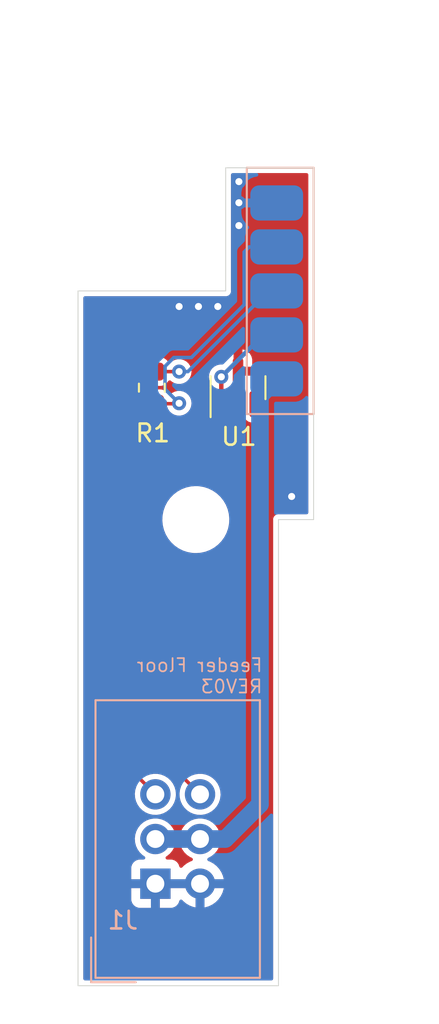
<source format=kicad_pcb>
(kicad_pcb (version 20211014) (generator pcbnew)
  (layers (0 "F.Cu" signal) (31 "B.Cu" signal) (34 "B.Paste" user) (35 "F.Paste" user) (36 "B.SilkS" user "B.Silkscreen") (37 "F.SilkS" user "F.Silkscreen") (38 "B.Mask" user) (39 "F.Mask" user) (44 "Edge.Cuts" user))
  (net 0 "")
  (net 1 "GND")
  (net 2 "1WIRE")
  (net 3 "VIN")
  (net 4 "RS-485+")
  (net 5 "RS-485-")
  (footprint "Resistor_SMD:R_0805_2012Metric" (layer "F.Cu") (at 25.450114 37.613687 90)
    (fp_text reference "R1" (at -2.586313 0.049886 180) (layer "F.SilkS"))
    (fp_text value "120R")
    (fp_line (start -0.227064 -0.735) (end 0.227064 -0.735) (layer "F.SilkS") (width 0.12))
    (fp_line (start -0.227064 0.735) (end 0.227064 0.735) (layer "F.SilkS") (width 0.12))
    (pad "1" smd roundrect locked (at -0.9125 0 90) (size 1.025 1.4) (layers "F.Cu" "F.Paste" "F.Mask") (roundrect_rratio 0.243902439) (net 5 "RS-485-"))
    (pad "2" smd roundrect locked (at 0.9125 0 90) (size 1.025 1.4) (layers "F.Cu" "F.Paste" "F.Mask") (roundrect_rratio 0.243902439) (net 4 "RS-485+"))
  )
  (footprint "MountingHole:MountingHole_3.2mm_M3" (layer "F.Cu") (at 27.950114 45.113687)
    (fp_text reference "H1" hide)
    (fp_text value "MountingHole")
    (pad "" np_thru_hole circle (at 0 0) (size 3.2 3.2) (drill 3.2) (layers *.Cu *.Mask))
  )
  (footprint "Package_TO_SOT_SMD:SOT-23" (layer "F.Cu") (at 30.350114 37.613687 90)
    (fp_text reference "U1" (at -2.786313 0.049886 180) (layer "F.SilkS"))
    (fp_text value "DS28E05")
    (fp_line (start 0 -1.56) (end -1.675 -1.56) (layer "F.SilkS") (width 0.12))
    (fp_line (start 0 1.56) (end -0.65 1.56) (layer "F.SilkS") (width 0.12))
    (fp_line (start 0 -1.56) (end 0.65 -1.56) (layer "F.SilkS") (width 0.12))
    (fp_line (start 0 1.56) (end 0.65 1.56) (layer "F.SilkS") (width 0.12))
    (pad "1" smd roundrect (at -0.9375 -0.95 90) (size 1.475 0.6) (layers "F.Cu" "F.Paste" "F.Mask") (net 2 "1WIRE"))
    (pad "2" smd roundrect (at -0.9375 0.95 90) (size 1.475 0.6) (layers "F.Cu" "F.Paste" "F.Mask"))
    (pad "3" smd roundrect (at 0.9375 0 90) (size 1.475 0.6) (layers "F.Cu" "F.Paste" "F.Mask") (net 1 "GND"))
  )
  (footprint "Connector_IDC:IDC-Header_2x03_P2.54mm_Vertical" (layer "B.Cu") (at 25.650114 65.813687)
    (fp_text reference "J1" (at -1.850114 2.086313 180) (layer "B.SilkS") (effects (justify mirror)))
    (fp_text value "IDC")
    (fp_line (start -3.655 5.6) (end -1.115 5.6) (layer "B.SilkS") (width 0.12))
    (fp_line (start -3.405 5.35) (end 5.945 5.35) (layer "B.SilkS") (width 0.12))
    (fp_line (start -3.405 -10.43) (end -3.405 5.35) (layer "B.SilkS") (width 0.12))
    (fp_line (start 5.945 -10.43) (end -3.405 -10.43) (layer "B.SilkS") (width 0.12))
    (fp_line (start -3.655 5.6) (end -3.655 3.06) (layer "B.SilkS") (width 0.12))
    (fp_line (start 5.945 5.35) (end 5.945 -10.43) (layer "B.SilkS") (width 0.12))
    (pad "1" thru_hole rect locked (at 0 0) (size 1.7272 1.7272) (drill 1.016) (layers *.Cu *.Mask) (net 1 "GND"))
    (pad "2" thru_hole oval locked (at 2.54 0) (size 1.7272 1.7272) (drill 1.016) (layers *.Cu *.Mask) (net 1 "GND"))
    (pad "3" thru_hole oval locked (at 0 -2.54) (size 1.7272 1.7272) (drill 1.016) (layers *.Cu *.Mask) (net 3 "VIN"))
    (pad "4" thru_hole oval locked (at 2.54 -2.54) (size 1.7272 1.7272) (drill 1.016) (layers *.Cu *.Mask) (net 3 "VIN"))
    (pad "5" thru_hole oval locked (at 0 -5.08) (size 1.7272 1.7272) (drill 1.016) (layers *.Cu *.Mask) (net 4 "RS-485+"))
    (pad "6" thru_hole oval locked (at 2.54 -5.08) (size 1.7272 1.7272) (drill 1.016) (layers *.Cu *.Mask) (net 5 "RS-485-"))
  )
  (footprint "feeder:AVX-915-005-541-Contact-Surface" (layer "B.Cu") (at 32.550114 27.113687 -90)
    (fp_text reference "J2" hide)
    (fp_text value "Conn_01x05_Female")
    (fp_line (start 12 1.7) (end 12 -2.1) (layer "B.SilkS") (width 0.12))
    (fp_line (start -2 1.7) (end 12 1.7) (layer "B.SilkS") (width 0.12))
    (fp_line (start -2 -2.1) (end 12 -2.1) (layer "B.SilkS") (width 0.12))
    (fp_line (start -2 1.7) (end -2 -2.1) (layer "B.SilkS") (width 0.12))
    (pad "1" smd roundrect (at 0 0 270) (size 2 3) (layers "B.Cu" "B.Paste" "B.Mask") (net 1 "GND"))
    (pad "2" smd roundrect (at 2.5 0 270) (size 2 3) (layers "B.Cu" "B.Paste" "B.Mask") (net 5 "RS-485-"))
    (pad "3" smd roundrect (at 5 0 270) (size 2 3) (layers "B.Cu" "B.Paste" "B.Mask") (net 4 "RS-485+"))
    (pad "4" smd roundrect (at 7.5 0 270) (size 2 3) (layers "B.Cu" "B.Paste" "B.Mask") (net 2 "1WIRE"))
    (pad "5" smd roundrect (at 10 0 270) (size 2 3) (layers "B.Cu" "B.Paste" "B.Mask") (net 3 "VIN"))
  )
  (gr_line (start 32.650114 45.113687) (end 32.650114 71.613687) (layer "Edge.Cuts") (width 0.05))
  (gr_line (start 34.650114 25.113687) (end 34.650114 45.113687) (layer "Edge.Cuts") (width 0.05))
  (gr_line (start 29.650114 32.113687) (end 21.250114 32.113687) (layer "Edge.Cuts") (width 0.05))
  (gr_line (start 32.650114 45.113687) (end 34.650114 45.113687) (layer "Edge.Cuts") (width 0.05))
  (gr_line (start 29.650114 32.113687) (end 29.650114 25.113687) (layer "Edge.Cuts") (width 0.05))
  (gr_line (start 29.650114 25.113687) (end 34.650114 25.113687) (layer "Edge.Cuts") (width 0.05))
  (gr_line (start 21.250114 71.613687) (end 21.250114 32.113687) (layer "Edge.Cuts") (width 0.05))
  (gr_line (start 32.650114 71.613687) (end 21.250114 71.613687) (layer "Edge.Cuts") (width 0.05))
  (gr_text "Feeder Floor\nREV03" (at 31.8 54) (layer "B.SilkS") (effects (font (size 0.75 0.75) (thickness 0.1)) (justify left mirror)))
  (via (at 28.1 33) (size 0.8) (drill 0.4) (layers "F.Cu" "B.Cu") (net 1))
  (via (at 30.4 28.4) (size 0.8) (drill 0.4) (layers "F.Cu" "B.Cu") (net 1))
  (via (at 30.4 27.1) (size 0.8) (drill 0.4) (layers "F.Cu" "B.Cu") (net 1))
  (via (at 30.4 25.9) (size 0.8) (drill 0.4) (layers "F.Cu" "B.Cu") (net 1))
  (via (at 33.4 43.8) (size 0.8) (drill 0.4) (layers "F.Cu" "B.Cu") (net 1))
  (via (at 29.2 33) (size 0.8) (drill 0.4) (layers "F.Cu" "B.Cu") (net 1))
  (via (at 27 33) (size 0.8) (drill 0.4) (layers "F.Cu" "B.Cu") (net 1))
  (segment (start 29.4 38.551073) (end 29.400114 38.551187) (width 0.25) (layer "F.Cu") (net 2))
  (segment (start 29.4 37) (end 29.4 38.551073) (width 0.25) (layer "F.Cu") (net 2))
  (via (at 29.4 37) (size 0.8) (drill 0.4) (layers "F.Cu" "B.Cu") (net 2))
  (segment (start 31.786313 34.613687) (end 29.4 37) (width 0.25) (layer "B.Cu") (net 2))
  (segment (start 32.550114 34.613687) (end 31.786313 34.613687) (width 0.25) (layer "B.Cu") (net 2))
  (segment (start 32.550114 37.113687) (end 31.6 38.063801) (width 1) (layer "B.Cu") (net 3))
  (segment (start 29.626313 63.273687) (end 28.190114 63.273687) (width 1) (layer "B.Cu") (net 3))
  (segment (start 31.6 38.063801) (end 31.6 61.3) (width 1) (layer "B.Cu") (net 3))
  (segment (start 25.650114 63.273687) (end 28.190114 63.273687) (width 1) (layer "B.Cu") (net 3))
  (segment (start 31.6 61.3) (end 29.626313 63.273687) (width 1) (layer "B.Cu") (net 3))
  (segment (start 25.450114 36.701187) (end 24.498813 36.701187) (width 0.2) (layer "F.Cu") (net 4))
  (segment (start 26.998813 36.701187) (end 25.450114 36.701187) (width 0.2) (layer "F.Cu") (net 4))
  (segment (start 27 36.7) (end 26.998813 36.701187) (width 0.2) (layer "F.Cu") (net 4))
  (segment (start 22.6 38.6) (end 22.6 57.683573) (width 0.2) (layer "F.Cu") (net 4))
  (segment (start 24.498813 36.701187) (end 22.6 38.6) (width 0.2) (layer "F.Cu") (net 4))
  (segment (start 22.6 57.683573) (end 25.650114 60.733687) (width 0.2) (layer "F.Cu") (net 4))
  (via (at 27 36.7) (size 0.8) (drill 0.4) (layers "F.Cu" "B.Cu") (net 4))
  (segment (start 27 36.7) (end 27.5 36.7) (width 0.2) (layer "B.Cu") (net 4))
  (segment (start 32.086313 32.113687) (end 32.550114 32.113687) (width 0.2) (layer "B.Cu") (net 4))
  (segment (start 27.5 36.7) (end 32.086313 32.113687) (width 0.2) (layer "B.Cu") (net 4))
  (segment (start 23.1 55.643573) (end 23.1 39.9) (width 0.2) (layer "F.Cu") (net 5))
  (segment (start 24.473813 38.526187) (end 25.450114 38.526187) (width 0.2) (layer "F.Cu") (net 5))
  (segment (start 26.973813 38.526187) (end 25.450114 38.526187) (width 0.2) (layer "F.Cu") (net 5))
  (segment (start 23.1 39.9) (end 24.473813 38.526187) (width 0.2) (layer "F.Cu") (net 5))
  (segment (start 28.190114 60.733687) (end 23.1 55.643573) (width 0.2) (layer "F.Cu") (net 5))
  (segment (start 27 38.5) (end 26.973813 38.526187) (width 0.2) (layer "F.Cu") (net 5))
  (via (at 27 38.5) (size 0.8) (drill 0.4) (layers "F.Cu" "B.Cu") (net 5))
  (segment (start 30.7 29.9) (end 30.986313 29.613687) (width 0.2) (layer "B.Cu") (net 5))
  (segment (start 26.2 36.4) (end 26.7 35.9) (width 0.2) (layer "B.Cu") (net 5))
  (segment (start 26.2 37.7) (end 26.2 36.4) (width 0.2) (layer "B.Cu") (net 5))
  (segment (start 30.986313 29.613687) (end 32.550114 29.613687) (width 0.2) (layer "B.Cu") (net 5))
  (segment (start 27.7 35.9) (end 30.7 32.9) (width 0.2) (layer "B.Cu") (net 5))
  (segment (start 30.7 32.9) (end 30.7 29.9) (width 0.2) (layer "B.Cu") (net 5))
  (segment (start 26.7 35.9) (end 27.7 35.9) (width 0.2) (layer "B.Cu") (net 5))
  (segment (start 27 38.5) (end 26.2 37.7) (width 0.2) (layer "B.Cu") (net 5))
  (zone (net 1) (net_name "GND") (layer "F.Cu") (connect_pads (clearance 0.3)) (min_thickness 0.2) (fill yes (thermal_gap 0.508) (thermal_bridge_width 0.508))
    (polygon (pts (xy 39.312982 73.115845) (xy 16.812982 72.615845) (xy 18.775 19.825) (xy 37.525 19.075) (xy 39.15 28.45)))
  )
  (zone (net 1) (net_name "GND") (layer "B.Cu") (connect_pads (clearance 0.3)) (min_thickness 0.2) (fill yes (thermal_gap 0.508) (thermal_bridge_width 0.508))
    (polygon (pts (xy 40.280398 73.804768) (xy 17.780398 73.304768) (xy 18.275 16.325) (xy 37.025 15.575) (xy 40.15562 27.419775)))
  )
)
</source>
